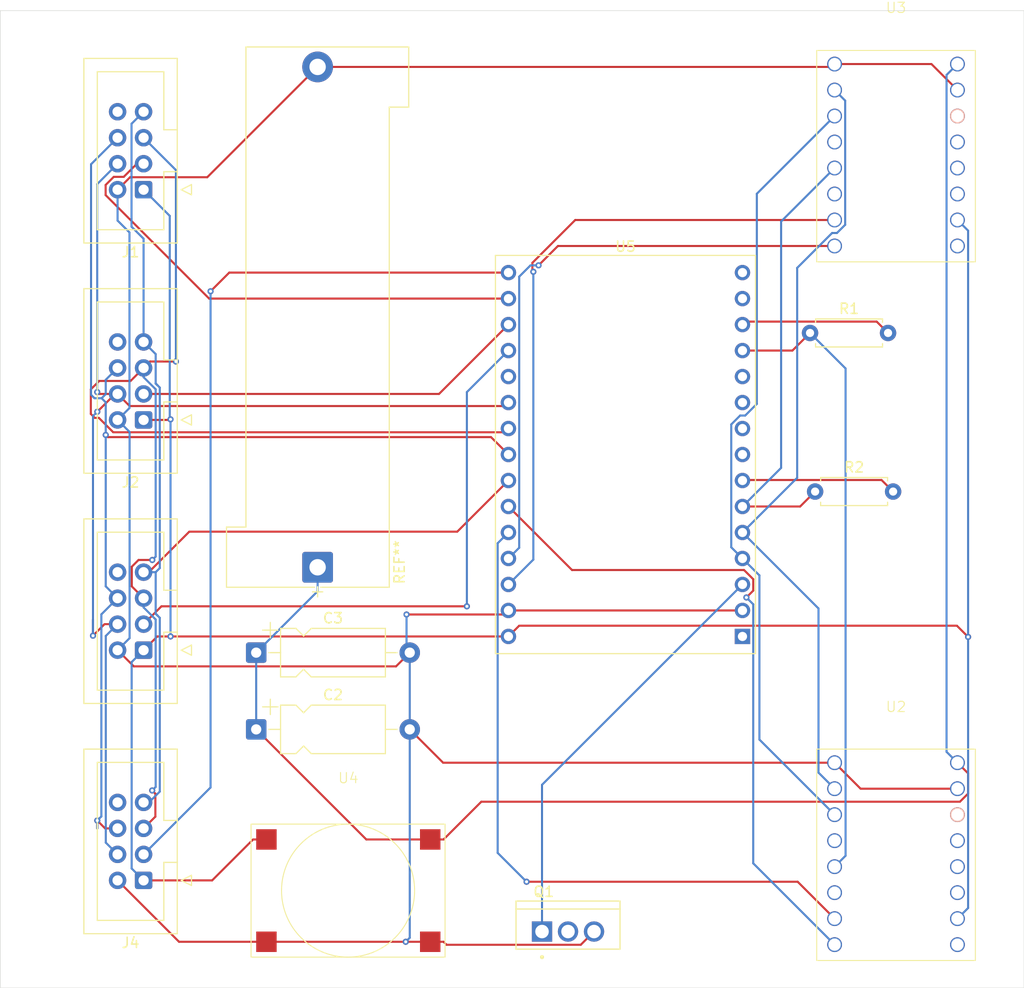
<source format=kicad_pcb>
(kicad_pcb (version 20241229) (generator "pcbnew") (generator_version "9.0")
  (layers (0 "F.Cu" signal) (2 "B.Cu" signal) (13 "F.Paste" user) (15 "B.Paste" user) (5 "F.SilkS" user "F.Silkscreen") (7 "B.SilkS" user "B.Silkscreen") (1 "F.Mask" user) (3 "B.Mask" user) (25 "Edge.Cuts" user))
  (net 0 "")
  (net 1 "VDD")
  (net 2 "GND")
  (net 3 "S0")
  (net 4 "S2")
  (net 5 "VDD_3.3")
  (net 6 "S3")
  (net 7 "SIG2")
  (net 8 "S1")
  (net 9 "SIG3")
  (net 10 "SIG4")
  (net 11 "SIG1")
  (net 12 "Gate")
  (net 13 "Net-(L1-+)")
  (net 14 "UART1")
  (net 15 "Net-(U5-TX0)")
  (net 16 "UART2")
  (net 17 "Net-(U5-TX2)")
  (net 19 "STEP2")
  (net 20 "MS2")
  (net 22 "DIR2")
  (net 23 "MS1")
  (net 26 "DIR1")
  (net 27 "STEP1")
  (footprint "Capacitor_THT:CP_Axial_L10.0mm_D4.5mm_P15.00mm_Horizontal" (layer "F.Cu") (at 86.5 81.2425)
    (property "Reference" "C3" (at 7.5 -3.37 0) (layer "F.SilkS"))
    (property "Value" "C_Small")
    (fp_line (start 0.63 -2.2) (end 2.13 -2.2) (stroke (width 0.12)) (layer "F.SilkS"))
    (fp_line (start 1.24 0) (end 2.38 0) (stroke (width 0.12)) (layer "F.SilkS"))
    (fp_line (start 1.38 -2.95) (end 1.38 -1.45) (stroke (width 0.12)) (layer "F.SilkS"))
    (fp_line (start 2.38 -2.37) (end 2.38 2.37) (stroke (width 0.12)) (layer "F.SilkS"))
    (fp_line (start 2.38 -2.37) (end 3.88 -2.37) (stroke (width 0.12)) (layer "F.SilkS"))
    (fp_line (start 2.38 2.37) (end 3.88 2.37) (stroke (width 0.12)) (layer "F.SilkS"))
    (fp_line (start 3.88 -2.37) (end 4.63 -1.62) (stroke (width 0.12)) (layer "F.SilkS"))
    (fp_line (start 3.88 2.37) (end 4.63 1.62) (stroke (width 0.12)) (layer "F.SilkS"))
    (fp_line (start 4.63 -1.62) (end 5.38 -2.37) (stroke (width 0.12)) (layer "F.SilkS"))
    (fp_line (start 4.63 1.62) (end 5.38 2.37) (stroke (width 0.12)) (layer "F.SilkS"))
    (fp_line (start 5.38 -2.37) (end 12.62 -2.37) (stroke (width 0.12)) (layer "F.SilkS"))
    (fp_line (start 5.38 2.37) (end 12.62 2.37) (stroke (width 0.12)) (layer "F.SilkS"))
    (fp_line (start 12.62 -2.37) (end 12.62 2.37) (stroke (width 0.12)) (layer "F.SilkS"))
    (fp_line (start 13.76 0) (end 12.62 0) (stroke (width 0.12)) (layer "F.SilkS"))
    (pad "1" thru_hole roundrect (at 0 0) (size 2 2) (drill 1) (layers "*.Cu" "*.Mask") (roundrect_rratio 0.125) (net 1 "VDD"))
    (pad "2" thru_hole circle (at 15 0) (size 2 2) (drill 1) (layers "*.Cu" "*.Mask") (net 2 "GND"))
  )
  (footprint "Capacitor_THT:CP_Axial_L10.0mm_D4.5mm_P15.00mm_Horizontal" (layer "F.Cu") (at 86.5 88.7425)
    (property "Reference" "C2" (at 7.5 -3.37 0) (layer "F.SilkS"))
    (property "Value" "C_Small")
    (fp_line (start 0.63 -2.2) (end 2.13 -2.2) (stroke (width 0.12)) (layer "F.SilkS"))
    (fp_line (start 1.24 0) (end 2.38 0) (stroke (width 0.12)) (layer "F.SilkS"))
    (fp_line (start 1.38 -2.95) (end 1.38 -1.45) (stroke (width 0.12)) (layer "F.SilkS"))
    (fp_line (start 2.38 -2.37) (end 2.38 2.37) (stroke (width 0.12)) (layer "F.SilkS"))
    (fp_line (start 2.38 -2.37) (end 3.88 -2.37) (stroke (width 0.12)) (layer "F.SilkS"))
    (fp_line (start 2.38 2.37) (end 3.88 2.37) (stroke (width 0.12)) (layer "F.SilkS"))
    (fp_line (start 3.88 -2.37) (end 4.63 -1.62) (stroke (width 0.12)) (layer "F.SilkS"))
    (fp_line (start 3.88 2.37) (end 4.63 1.62) (stroke (width 0.12)) (layer "F.SilkS"))
    (fp_line (start 4.63 -1.62) (end 5.38 -2.37) (stroke (width 0.12)) (layer "F.SilkS"))
    (fp_line (start 4.63 1.62) (end 5.38 2.37) (stroke (width 0.12)) (layer "F.SilkS"))
    (fp_line (start 5.38 -2.37) (end 12.62 -2.37) (stroke (width 0.12)) (layer "F.SilkS"))
    (fp_line (start 5.38 2.37) (end 12.62 2.37) (stroke (width 0.12)) (layer "F.SilkS"))
    (fp_line (start 12.62 -2.37) (end 12.62 2.37) (stroke (width 0.12)) (layer "F.SilkS"))
    (fp_line (start 13.76 0) (end 12.62 0) (stroke (width 0.12)) (layer "F.SilkS"))
    (pad "1" thru_hole roundrect (at 0 0) (size 2 2) (drill 1) (layers "*.Cu" "*.Mask") (roundrect_rratio 0.125) (net 1 "VDD"))
    (pad "2" thru_hole circle (at 15 0) (size 2 2) (drill 1) (layers "*.Cu" "*.Mask") (net 2 "GND"))
  )
  (footprint "Connector_IDC:IDC-Header_2x04_P2.54mm_Vertical" (layer "F.Cu") (at 75.5 103.5 180)
    (property "Reference" "J4" (at 1.27 -6.1 0) (layer "F.SilkS"))
    (property "Value" "Conn_01x07_Socket")
    (fp_line (start 5.83 12.83) (end -3.29 12.83) (stroke (width 0.12)) (layer "F.SilkS"))
    (fp_line (start 5.83 -5.21) (end 5.83 12.83) (stroke (width 0.12)) (layer "F.SilkS"))
    (fp_line (start 4.52 11.53) (end -1.98 11.53) (stroke (width 0.12)) (layer "F.SilkS"))
    (fp_line (start 4.52 -3.91) (end 4.52 11.53) (stroke (width 0.12)) (layer "F.SilkS"))
    (fp_line (start -1.98 11.53) (end -1.98 5.86) (stroke (width 0.12)) (layer "F.SilkS"))
    (fp_line (start -1.98 5.86) (end -1.98 5.86) (stroke (width 0.12)) (layer "F.SilkS"))
    (fp_line (start -1.98 5.86) (end -3.29 5.86) (stroke (width 0.12)) (layer "F.SilkS"))
    (fp_line (start -1.98 1.76) (end -1.98 -3.91) (stroke (width 0.12)) (layer "F.SilkS"))
    (fp_line (start -1.98 -3.91) (end 4.52 -3.91) (stroke (width 0.12)) (layer "F.SilkS"))
    (fp_line (start -3.29 12.83) (end -3.29 -5.21) (stroke (width 0.12)) (layer "F.SilkS"))
    (fp_line (start -3.29 1.76) (end -1.98 1.76) (stroke (width 0.12)) (layer "F.SilkS"))
    (fp_line (start -3.29 -5.21) (end 5.83 -5.21) (stroke (width 0.12)) (layer "F.SilkS"))
    (fp_line (start -3.68 0) (end -4.68 -0.5) (stroke (width 0.12)) (layer "F.SilkS"))
    (fp_line (start -4.68 0.5) (end -3.68 0) (stroke (width 0.12)) (layer "F.SilkS"))
    (fp_line (start -4.68 -0.5) (end -4.68 0.5) (stroke (width 0.12)) (layer "F.SilkS"))
    (pad "1" thru_hole roundrect (at 0 0 180) (size 1.7 1.7) (drill 1) (layers "*.Cu" "*.Mask") (roundrect_rratio 0.147059) (net 5 "VDD_3.3"))
    (pad "2" thru_hole circle (at 2.54 0 180) (size 1.7 1.7) (drill 1) (layers "*.Cu" "*.Mask") (net 2 "GND"))
    (pad "3" thru_hole circle (at 0 2.54 180) (size 1.7 1.7) (drill 1) (layers "*.Cu" "*.Mask") (net 11 "SIG1"))
    (pad "4" thru_hole circle (at 2.54 2.54 180) (size 1.7 1.7) (drill 1) (layers "*.Cu" "*.Mask") (net 3 "S0"))
    (pad "5" thru_hole circle (at 0 5.08 180) (size 1.7 1.7) (drill 1) (layers "*.Cu" "*.Mask") (net 8 "S1"))
    (pad "6" thru_hole circle (at 2.54 5.08 180) (size 1.7 1.7) (drill 1) (layers "*.Cu" "*.Mask") (net 4 "S2"))
    (pad "7" thru_hole circle (at 0 7.62 180) (size 1.7 1.7) (drill 1) (layers "*.Cu" "*.Mask") (net 6 "S3"))
    (pad "8" thru_hole circle (at 2.54 7.62 180) (size 1.7 1.7) (drill 1) (layers "*.Cu" "*.Mask"))
  )
  (footprint "buck-converter:MP2303" (layer "F.Cu") (at 95.5 104.5)
    (property "Reference" "U4" (at 0 -11 0) (layer "F.SilkS") (effects (font (thickness 0.1))))
    (property "Value" "~")
    (fp_rect (start -9.5 -6.5) (end 9.45 6.5) (stroke (width 0.1)) (fill no) (layer "F.SilkS"))
    (fp_circle (center -0.025 0) (end -0.025 -6.5) (stroke (width 0.1)) (fill no) (layer "F.SilkS"))
    (pad "1" smd rect (at 8 -5) (size 2 2) (layers "F.Cu" "F.Mask" "F.Paste") (net 1 "VDD"))
    (pad "2" smd rect (at 8 5) (size 2 2) (layers "F.Cu" "F.Mask" "F.Paste") (net 2 "GND"))
    (pad "3" smd rect (at -8 -5) (size 2 2) (layers "F.Cu" "F.Mask" "F.Paste") (net 5 "VDD_3.3"))
    (pad "4" smd rect (at -8 5) (size 2 2) (layers "F.Cu" "F.Mask" "F.Paste") (net 2 "GND"))
  )
  (footprint "Connector_IDC:IDC-Header_2x04_P2.54mm_Vertical" (layer "F.Cu") (at 75.5 81 180)
    (property "Reference" "J3" (hide yes))
    (property "Value" "Conn_01x07_Socket")
    (fp_line (start 5.83 12.83) (end -3.29 12.83) (stroke (width 0.12)) (layer "F.SilkS"))
    (fp_line (start 5.83 -5.21) (end 5.83 12.83) (stroke (width 0.12)) (layer "F.SilkS"))
    (fp_line (start 4.52 11.53) (end -1.98 11.53) (stroke (width 0.12)) (layer "F.SilkS"))
    (fp_line (start 4.52 -3.91) (end 4.52 11.53) (stroke (width 0.12)) (layer "F.SilkS"))
    (fp_line (start -1.98 11.53) (end -1.98 5.86) (stroke (width 0.12)) (layer "F.SilkS"))
    (fp_line (start -1.98 5.86) (end -1.98 5.86) (stroke (width 0.12)) (layer "F.SilkS"))
    (fp_line (start -1.98 5.86) (end -3.29 5.86) (stroke (width 0.12)) (layer "F.SilkS"))
    (fp_line (start -1.98 1.76) (end -1.98 -3.91) (stroke (width 0.12)) (layer "F.SilkS"))
    (fp_line (start -1.98 -3.91) (end 4.52 -3.91) (stroke (width 0.12)) (layer "F.SilkS"))
    (fp_line (start -3.29 12.83) (end -3.29 -5.21) (stroke (width 0.12)) (layer "F.SilkS"))
    (fp_line (start -3.29 1.76) (end -1.98 1.76) (stroke (width 0.12)) (layer "F.SilkS"))
    (fp_line (start -3.29 -5.21) (end 5.83 -5.21) (stroke (width 0.12)) (layer "F.SilkS"))
    (fp_line (start -3.68 0) (end -4.68 -0.5) (stroke (width 0.12)) (layer "F.SilkS"))
    (fp_line (start -4.68 0.5) (end -3.68 0) (stroke (width 0.12)) (layer "F.SilkS"))
    (fp_line (start -4.68 -0.5) (end -4.68 0.5) (stroke (width 0.12)) (layer "F.SilkS"))
    (pad "1" thru_hole roundrect (at 0 0 180) (size 1.7 1.7) (drill 1) (layers "*.Cu" "*.Mask") (roundrect_rratio 0.147059) (net 5 "VDD_3.3"))
    (pad "2" thru_hole circle (at 2.54 0 180) (size 1.7 1.7) (drill 1) (layers "*.Cu" "*.Mask") (net 2 "GND"))
    (pad "3" thru_hole circle (at 0 2.54 180) (size 1.7 1.7) (drill 1) (layers "*.Cu" "*.Mask") (net 10 "SIG4"))
    (pad "4" thru_hole circle (at 2.54 2.54 180) (size 1.7 1.7) (drill 1) (layers "*.Cu" "*.Mask") (net 3 "S0"))
    (pad "5" thru_hole circle (at 0 5.08 180) (size 1.7 1.7) (drill 1) (layers "*.Cu" "*.Mask") (net 8 "S1"))
    (pad "6" thru_hole circle (at 2.54 5.08 180) (size 1.7 1.7) (drill 1) (layers "*.Cu" "*.Mask") (net 4 "S2"))
    (pad "7" thru_hole circle (at 0 7.62 180) (size 1.7 1.7) (drill 1) (layers "*.Cu" "*.Mask") (net 6 "S3"))
    (pad "8" thru_hole circle (at 2.54 7.62 180) (size 1.7 1.7) (drill 1) (layers "*.Cu" "*.Mask"))
  )
  (footprint "RF_Module:ESP32-C3-DevKitM-1" (layer "F.Cu") (at 134 79.66 180)
    (property "Reference" "U5" (at 11.43 38.1 0) (layer "F.SilkS"))
    (property "Value" "~")
    (fp_line (start 24.13 37.24) (end -1.27 37.24) (stroke (width 0.12)) (layer "F.SilkS"))
    (fp_line (start 24.13 -1.68) (end 24.13 37.24) (stroke (width 0.12)) (layer "F.SilkS"))
    (fp_line (start -1.27 37.24) (end -1.27 -1.68) (stroke (width 0.12)) (layer "F.SilkS"))
    (fp_line (start -1.27 -1.68) (end 24.13 -1.68) (stroke (width 0.12)) (layer "F.SilkS"))
    (pad "1" thru_hole rect (at 0 0 180) (size 1.5 1.5) (drill 0.9) (layers "*.Cu" "*.Mask"))
    (pad "2" thru_hole circle (at 0 2.54 180) (size 1.5 1.5) (drill 0.9) (layers "*.Cu" "*.Mask") (net 2 "GND"))
    (pad "3" thru_hole circle (at 0 5.08 180) (size 1.5 1.5) (drill 0.9) (layers "*.Cu" "*.Mask") (net 12 "Gate"))
    (pad "4" thru_hole circle (at 0 7.62 180) (size 1.5 1.5) (drill 0.9) (layers "*.Cu" "*.Mask") (net 20 "MS2"))
    (pad "5" thru_hole circle (at 0 10.16 180) (size 1.5 1.5) (drill 0.9) (layers "*.Cu" "*.Mask") (net 23 "MS1"))
    (pad "6" thru_hole circle (at 0 12.7 180) (size 1.5 1.5) (drill 0.9) (layers "*.Cu" "*.Mask") (net 16 "UART2"))
    (pad "7" thru_hole circle (at 0 15.24 180) (size 1.5 1.5) (drill 0.9) (layers "*.Cu" "*.Mask") (net 17 "Net-(U5-TX2)"))
    (pad "8" thru_hole circle (at 0 17.78 180) (size 1.5 1.5) (drill 0.9) (layers "*.Cu" "*.Mask"))
    (pad "9" thru_hole circle (at 0 20.32 180) (size 1.5 1.5) (drill 0.9) (layers "*.Cu" "*.Mask"))
    (pad "10" thru_hole circle (at 0 22.86 180) (size 1.5 1.5) (drill 0.9) (layers "*.Cu" "*.Mask"))
    (pad "11" thru_hole circle (at 0 25.4 180) (size 1.5 1.5) (drill 0.9) (layers "*.Cu" "*.Mask"))
    (pad "12" thru_hole circle (at 0 27.94 180) (size 1.5 1.5) (drill 0.9) (layers "*.Cu" "*.Mask") (net 14 "UART1"))
    (pad "13" thru_hole circle (at 0 30.48 180) (size 1.5 1.5) (drill 0.9) (layers "*.Cu" "*.Mask") (net 15 "Net-(U5-TX0)"))
    (pad "14" thru_hole circle (at 0 33.02 180) (size 1.5 1.5) (drill 0.9) (layers "*.Cu" "*.Mask"))
    (pad "15" thru_hole circle (at 0 35.56 180) (size 1.5 1.5) (drill 0.9) (layers "*.Cu" "*.Mask"))
    (pad "16" thru_hole circle (at 22.86 0 180) (size 1.5 1.5) (drill 0.9) (layers "*.Cu" "*.Mask") (net 5 "VDD_3.3"))
    (pad "17" thru_hole circle (at 22.86 2.54 180) (size 1.5 1.5) (drill 0.9) (layers "*.Cu" "*.Mask") (net 2 "GND"))
    (pad "18" thru_hole circle (at 22.86 5.08 180) (size 1.5 1.5) (drill 0.9) (layers "*.Cu" "*.Mask") (net 27 "STEP1"))
    (pad "19" thru_hole circle (at 22.86 7.62 180) (size 1.5 1.5) (drill 0.9) (layers "*.Cu" "*.Mask") (net 26 "DIR1"))
    (pad "20" thru_hole circle (at 22.86 10.16 180) (size 1.5 1.5) (drill 0.9) (layers "*.Cu" "*.Mask") (net 19 "STEP2"))
    (pad "21" thru_hole circle (at 22.86 12.7 180) (size 1.5 1.5) (drill 0.9) (layers "*.Cu" "*.Mask") (net 22 "DIR2"))
    (pad "22" thru_hole circle (at 22.86 15.24 180) (size 1.5 1.5) (drill 0.9) (layers "*.Cu" "*.Mask") (net 6 "S3"))
    (pad "23" thru_hole circle (at 22.86 17.78 180) (size 1.5 1.5) (drill 0.9) (layers "*.Cu" "*.Mask") (net 4 "S2"))
    (pad "24" thru_hole circle (at 22.86 20.32 180) (size 1.5 1.5) (drill 0.9) (layers "*.Cu" "*.Mask") (net 8 "S1"))
    (pad "25" thru_hole circle (at 22.86 22.86 180) (size 1.5 1.5) (drill 0.9) (layers "*.Cu" "*.Mask") (net 3 "S0"))
    (pad "26" thru_hole circle (at 22.86 25.4 180) (size 1.5 1.5) (drill 0.9) (layers "*.Cu" "*.Mask"))
    (pad "27" thru_hole circle (at 22.86 27.94 180) (size 1.5 1.5) (drill 0.9) (layers "*.Cu" "*.Mask") (net 10 "SIG4"))
    (pad "28" thru_hole circle (at 22.86 30.48 180) (size 1.5 1.5) (drill 0.9) (layers "*.Cu" "*.Mask") (net 9 "SIG3"))
    (pad "29" thru_hole circle (at 22.86 33.02 180) (size 1.5 1.5) (drill 0.9) (layers "*.Cu" "*.Mask") (net 7 "SIG2"))
    (pad "30" thru_hole circle (at 22.86 35.56 180) (size 1.5 1.5) (drill 0.9) (layers "*.Cu" "*.Mask") (net 11 "SIG1"))
  )
  (footprint "Resistor_THT:R_Axial_DIN0207_L6.3mm_D2.5mm_P7.62mm_Horizontal" (layer "F.Cu") (at 140.6 50)
    (property "Reference" "R1" (at 3.81 -2.37 0) (layer "F.SilkS"))
    (property "Value" "R_Small")
    (fp_line (start 0.54 -1.37) (end 7.08 -1.37) (stroke (width 0.12)) (layer "F.SilkS"))
    (fp_line (start 0.54 -1.04) (end 0.54 -1.37) (stroke (width 0.12)) (layer "F.SilkS"))
    (fp_line (start 0.54 1.04) (end 0.54 1.37) (stroke (width 0.12)) (layer "F.SilkS"))
    (fp_line (start 0.54 1.37) (end 7.08 1.37) (stroke (width 0.12)) (layer "F.SilkS"))
    (fp_line (start 7.08 -1.37) (end 7.08 -1.04) (stroke (width 0.12)) (layer "F.SilkS"))
    (fp_line (start 7.08 1.37) (end 7.08 1.04) (stroke (width 0.12)) (layer "F.SilkS"))
    (pad "1" thru_hole circle (at 0 0) (size 1.6 1.6) (drill 0.8) (layers "*.Cu" "*.Mask") (net 14 "UART1"))
    (pad "2" thru_hole circle (at 7.62 0) (size 1.6 1.6) (drill 0.8) (layers "*.Cu" "*.Mask") (net 15 "Net-(U5-TX0)"))
  )
  (footprint "Connector_IDC:IDC-Header_2x04_P2.54mm_Vertical" (layer "F.Cu") (at 75.5 58.5 180)
    (property "Reference" "J2" (at 1.27 -6.1 0) (layer "F.SilkS"))
    (property "Value" "Conn_01x07_Socket")
    (fp_line (start 5.83 12.83) (end -3.29 12.83) (stroke (width 0.12)) (layer "F.SilkS"))
    (fp_line (start 5.83 -5.21) (end 5.83 12.83) (stroke (width 0.12)) (layer "F.SilkS"))
    (fp_line (start 4.52 11.53) (end -1.98 11.53) (stroke (width 0.12)) (layer "F.SilkS"))
    (fp_line (start 4.52 -3.91) (end 4.52 11.53) (stroke (width 0.12)) (layer "F.SilkS"))
    (fp_line (start -1.98 11.53) (end -1.98 5.86) (stroke (width 0.12)) (layer "F.SilkS"))
    (fp_line (start -1.98 5.86) (end -1.98 5.86) (stroke (width 0.12)) (layer "F.SilkS"))
    (fp_line (start -1.98 5.86) (end -3.29 5.86) (stroke (width 0.12)) (layer "F.SilkS"))
    (fp_line (start -1.98 1.76) (end -1.98 -3.91) (stroke (width 0.12)) (layer "F.SilkS"))
    (fp_line (start -1.98 -3.91) (end 4.52 -3.91) (stroke (width 0.12)) (layer "F.SilkS"))
    (fp_line (start -3.29 12.83) (end -3.29 -5.21) (stroke (width 0.12)) (layer "F.SilkS"))
    (fp_line (start -3.29 1.76) (end -1.98 1.76) (stroke (width 0.12)) (layer "F.SilkS"))
    (fp_line (start -3.29 -5.21) (end 5.83 -5.21) (stroke (width 0.12)) (layer "F.SilkS"))
    (fp_line (start -3.68 0) (end -4.68 -0.5) (stroke (width 0.12)) (layer "F.SilkS"))
    (fp_line (start -4.68 0.5) (end -3.68 0) (stroke (width 0.12)) (layer "F.SilkS"))
    (fp_line (start -4.68 -0.5) (end -4.68 0.5) (stroke (width 0.12)) (layer "F.SilkS"))
    (pad "1" thru_hole roundrect (at 0 0 180) (size 1.7 1.7) (drill 1) (layers "*.Cu" "*.Mask") (roundrect_rratio 0.147059) (net 5 "VDD_3.3"))
    (pad "2" thru_hole circle (at 2.54 0 180) (size 1.7 1.7) (drill 1) (layers "*.Cu" "*.Mask") (net 2 "GND"))
    (pad "3" thru_hole circle (at 0 2.54 180) (size 1.7 1.7) (drill 1) (layers "*.Cu" "*.Mask") (net 9 "SIG3"))
    (pad "4" thru_hole circle (at 2.54 2.54 180) (size 1.7 1.7) (drill 1) (layers "*.Cu" "*.Mask") (net 3 "S0"))
    (pad "5" thru_hole circle (at 0 5.08 180) (size 1.7 1.7) (drill 1) (layers "*.Cu" "*.Mask") (net 8 "S1"))
    (pad "6" thru_hole circle (at 2.54 5.08 180) (size 1.7 1.7) (drill 1) (layers "*.Cu" "*.Mask") (net 4 "S2"))
    (pad "7" thru_hole circle (at 0 7.62 180) (size 1.7 1.7) (drill 1) (layers "*.Cu" "*.Mask") (net 6 "S3"))
    (pad "8" thru_hole circle (at 2.54 7.62 180) (size 1.7 1.7) (drill 1) (layers "*.Cu" "*.Mask"))
  )
  (footprint "Battery:BatteryHolder_Bulgin_BX0034_1xAAA" (layer "F.Cu") (at 92.5 72.9 90)
    (property "Reference" "REF**" (at 0.5 8 90) (layer "F.SilkS"))
    (property "Value" "BatteryHolder_Bulgin_BX0034_1xAAA")
    (fp_line (start 3.93 -8.9) (end -1.95 -8.9) (stroke (width 0.12)) (layer "F.SilkS"))
    (fp_line (start 3.93 -8.9) (end 3.93 -7) (stroke (width 0.12)) (layer "F.SilkS"))
    (fp_line (start 50.85 -7) (end 3.93 -7) (stroke (width 0.12)) (layer "F.SilkS"))
    (fp_line (start 50.85 -7) (end 50.85 8.9) (stroke (width 0.12)) (layer "F.SilkS"))
    (fp_line (start -2.4 -0.5) (end -2.4 0.5) (stroke (width 0.12)) (layer "F.SilkS"))
    (fp_line (start -1.95 -0.3) (end -1.95 -8.9) (stroke (width 0.12)) (layer "F.SilkS"))
    (fp_line (start -1.9 0) (end -2.9 0) (stroke (width 0.12)) (layer "F.SilkS"))
    (fp_line (start -1.95 7) (end -1.95 0.3) (stroke (width 0.12)) (layer "F.SilkS"))
    (fp_line (start -1.95 7) (end 44.97 7) (stroke (width 0.12)) (layer "F.SilkS"))
    (fp_line (start 44.97 8.9) (end 44.97 7) (stroke (width 0.12)) (layer "F.SilkS"))
    (fp_line (start 44.97 8.9) (end 50.85 8.9) (stroke (width 0.12)) (layer "F.SilkS"))
    (pad "" np_thru_hole circle (at 10.5 0 90) (size 3.2 3.2) (drill 3.2) (layers "*.Cu" "*.Mask"))
    (pad "" np_thru_hole circle (at 38.4 0 90) (size 3.2 3.2) (drill 3.2) (layers "*.Cu" "*.Mask"))
    (pad "1" thru_hole roundrect (at 0 0 90) (size 3 3) (drill 1.6) (layers "*.Cu" "*.Mask") (roundrect_rratio 0.08333333333) (net 1 "VDD"))
    (pad "2" thru_hole circle (at 48.9 0 90) (size 3 3) (drill 1.6) (layers "*.Cu" "*.Mask") (net 2 "GND"))
  )
  (footprint "motor_driver:TMC_2209 Big tree v1.3" (layer "F.Cu") (at 149 32.72)
    (property "Reference" "U3" (at 0 -14.5 0) (layer "F.SilkS") (effects (font (thickness 0.1))))
    (property "Value" "~")
    (fp_rect (start -7.75 -10.33) (end 7.75 10.33) (stroke (width 0.1)) (fill no) (layer "F.SilkS"))
    (pad "1" thru_hole circle (at -6 -9) (size 1.45 1.45) (drill 1.2) (layers "*.Cu" "*.Mask") (net 2 "GND"))
    (pad "2" thru_hole circle (at -6 -6.46) (size 1.45 1.45) (drill 1.2) (layers "*.Cu" "*.Mask") (net 23 "MS1"))
    (pad "3" thru_hole circle (at -6 -3.92) (size 1.45 1.45) (drill 1.2) (layers "*.Cu" "*.Mask") (net 20 "MS2"))
    (pad "4" thru_hole circle (at -6 -1.38) (size 1.45 1.45) (drill 1.2) (layers "*.Cu" "*.Mask"))
    (pad "5" thru_hole circle (at -6 1.16) (size 1.45 1.45) (drill 1.2) (layers "*.Cu" "*.Mask") (net 16 "UART2"))
    (pad "6" thru_hole circle (at -6 3.7) (size 1.45 1.45) (drill 1.2) (layers "*.Cu" "*.Mask"))
    (pad "7" thru_hole circle (at -6 6.24) (size 1.45 1.45) (drill 1.2) (layers "*.Cu" "*.Mask") (net 27 "STEP1"))
    (pad "8" thru_hole circle (at -6 8.78) (size 1.45 1.45) (drill 1.2) (layers "*.Cu" "*.Mask") (net 26 "DIR1"))
    (pad "9" thru_hole circle (at 6 -9) (size 1.45 1.45) (drill 1.2) (layers "*.Cu" "*.Mask") (net 1 "VDD"))
    (pad "10" thru_hole circle (at 6 -6.46) (size 1.45 1.45) (drill 1.2) (layers "*.Cu" "*.Mask") (net 2 "GND"))
    (pad "11" thru_hole circle (at 6 -3.92) (size 1.45 1.45) (drill 1.2) (layers "*.Cu" "*.Mask" "B.SilkS"))
    (pad "12" thru_hole circle (at 6 -1.38) (size 1.45 1.45) (drill 1.2) (layers "*.Cu" "*.Mask"))
    (pad "13" thru_hole circle (at 6 1.16) (size 1.45 1.45) (drill 1.2) (layers "*.Cu" "*.Mask"))
    (pad "14" thru_hole circle (at 6 3.7) (size 1.45 1.45) (drill 1.2) (layers "*.Cu" "*.Mask"))
    (pad "15" thru_hole circle (at 6 6.24) (size 1.45 1.45) (drill 1.2) (layers "*.Cu" "*.Mask") (net 5 "VDD_3.3"))
    (pad "16" thru_hole circle (at 6 8.78) (size 1.45 1.45) (drill 1.2) (layers "*.Cu" "*.Mask"))
  )
  (footprint "Connector_IDC:IDC-Header_2x04_P2.54mm_Vertical" (layer "F.Cu") (at 75.5 36 180)
    (property "Reference" "J1" (at 1.27 -6.1 0) (layer "F.SilkS"))
    (property "Value" "Conn_01x07_Socket")
    (fp_line (start 5.83 12.83) (end -3.29 12.83) (stroke (width 0.12)) (layer "F.SilkS"))
    (fp_line (start 5.83 -5.21) (end 5.83 12.83) (stroke (width 0.12)) (layer "F.SilkS"))
    (fp_line (start 4.52 11.53) (end -1.98 11.53) (stroke (width 0.12)) (layer "F.SilkS"))
    (fp_line (start 4.52 -3.91) (end 4.52 11.53) (stroke (width 0.12)) (layer "F.SilkS"))
    (fp_line (start -1.98 11.53) (end -1.98 5.86) (stroke (width 0.12)) (layer "F.SilkS"))
    (fp_line (start -1.98 5.86) (end -1.98 5.86) (stroke (width 0.12)) (layer "F.SilkS"))
    (fp_line (start -1.98 5.86) (end -3.29 5.86) (stroke (width 0.12)) (layer "F.SilkS"))
    (fp_line (start -1.98 1.76) (end -1.98 -3.91) (stroke (width 0.12)) (layer "F.SilkS"))
    (fp_line (start -1.98 -3.91) (end 4.52 -3.91) (stroke (width 0.12)) (layer "F.SilkS"))
    (fp_line (start -3.29 12.83) (end -3.29 -5.21) (stroke (width 0.12)) (layer "F.SilkS"))
    (fp_line (start -3.29 1.76) (end -1.98 1.76) (stroke (width 0.12)) (layer "F.SilkS"))
    (fp_line (start -3.29 -5.21) (end 5.83 -5.21) (stroke (width 0.12)) (layer "F.SilkS"))
    (fp_line (start -3.68 0) (end -4.68 -0.5) (stroke (width 0.12)) (layer "F.SilkS"))
    (fp_line (start -4.68 0.5) (end -3.68 0) (stroke (width 0.12)) (layer "F.SilkS"))
    (fp_line (start -4.68 -0.5) (end -4.68 0.5) (stroke (width 0.12)) (layer "F.SilkS"))
    (pad "1" thru_hole roundrect (at 0 0 180) (size 1.7 1.7) (drill 1) (layers "*.Cu" "*.Mask") (roundrect_rratio 0.147059) (net 5 "VDD_3.3"))
    (pad "2" thru_hole circle (at 2.54 0 180) (size 1.7 1.7) (drill 1) (layers "*.Cu" "*.Mask") (net 2 "GND"))
    (pad "3" thru_hole circle (at 0 2.54 180) (size 1.7 1.7) (drill 1) (layers "*.Cu" "*.Mask") (net 7 "SIG2"))
    (pad "4" thru_hole circle (at 2.54 2.54 180) (size 1.7 1.7) (drill 1) (layers "*.Cu" "*.Mask") (net 3 "S0"))
    (pad "5" thru_hole circle (at 0 5.08 180) (size 1.7 1.7) (drill 1) (layers "*.Cu" "*.Mask") (net 8 "S1"))
    (pad "6" thru_hole circle (at 2.54 5.08 180) (size 1.7 1.7) (drill 1) (layers "*.Cu" "*.Mask") (net 4 "S2"))
    (pad "7" thru_hole circle (at 0 7.62 180) (size 1.7 1.7) (drill 1) (layers "*.Cu" "*.Mask") (net 6 "S3"))
    (pad "8" thru_hole circle (at 2.54 7.62 180) (size 1.7 1.7) (drill 1) (layers "*.Cu" "*.Mask"))
  )
  (footprint "RFP30N06LE:TRANS_RFP30N06LE" (layer "F.Cu") (at 116.96 108.5)
    (property "Reference" "Q1" (at -2.368715 -3.891095 0) (layer "F.SilkS") (effects (font (size 1.001567 1.001567))))
    (property "Value" "RFP30N06LE")
    (fp_line (start -5.1 -2.2) (end 5.1 -2.2) (stroke (width 0.127)) (layer "F.SilkS"))
    (fp_line (start -5.08 -2.98) (end -5.08 1.72) (stroke (width 0.127)) (layer "F.SilkS"))
    (fp_line (start -5.08 1.72) (end 5.08 1.72) (stroke (width 0.127)) (layer "F.SilkS"))
    (fp_line (start 5.08 -2.98) (end -5.08 -2.98) (stroke (width 0.127)) (layer "F.SilkS"))
    (fp_line (start 5.08 1.72) (end 5.08 -2.98) (stroke (width 0.127)) (layer "F.SilkS"))
    (fp_circle (center -2.54 2.5) (end -2.34 2.5) (fill yes) (layer "F.SilkS"))
    (pad "1" thru_hole rect (at -2.54 0) (size 1.98 1.98) (drill 1.32) (layers "*.Cu" "*.Mask") (net 12 "Gate"))
    (pad "2" thru_hole circle (at 0 0) (size 1.98 1.98) (drill 1.32) (layers "*.Cu" "*.Mask") (net 13 "Net-(L1-+)"))
    (pad "3" thru_hole circle (at 2.54 0) (size 1.98 1.98) (drill 1.32) (layers "*.Cu" "*.Mask") (net 2 "GND"))
  )
  (footprint "motor_driver:TMC_2209 Big tree v1.3" (layer "F.Cu") (at 149 101)
    (property "Reference" "U2" (at 0 -14.46 0) (layer "F.SilkS") (effects (font (thickness 0.1))))
    (property "Value" "~")
    (fp_rect (start -7.75 -10.33) (end 7.75 10.33) (stroke (width 0.1)) (fill no) (layer "F.SilkS"))
    (pad "1" thru_hole circle (at -6 -9) (size 1.45 1.45) (drill 1.2) (layers "*.Cu" "*.Mask") (net 2 "GND"))
    (pad "2" thru_hole circle (at -6 -6.46) (size 1.45 1.45) (drill 1.2) (layers "*.Cu" "*.Mask") (net 23 "MS1"))
    (pad "3" thru_hole circle (at -6 -3.92) (size 1.45 1.45) (drill 1.2) (layers "*.Cu" "*.Mask") (net 20 "MS2"))
    (pad "4" thru_hole circle (at -6 -1.38) (size 1.45 1.45) (drill 1.2) (layers "*.Cu" "*.Mask"))
    (pad "5" thru_hole circle (at -6 1.16) (size 1.45 1.45) (drill 1.2) (layers "*.Cu" "*.Mask") (net 14 "UART1"))
    (pad "6" thru_hole circle (at -6 3.7) (size 1.45 1.45) (drill 1.2) (layers "*.Cu" "*.Mask"))
    (pad "7" thru_hole circle (at -6 6.24) (size 1.45 1.45) (drill 1.2) (layers "*.Cu" "*.Mask") (net 19 "STEP2"))
    (pad "8" thru_hole circle (at -6 8.78) (size 1.45 1.45) (drill 1.2) (layers "*.Cu" "*.Mask") (net 22 "DIR2"))
    (pad "9" thru_hole circle (at 6 -9) (size 1.45 1.45) (drill 1.2) (layers "*.Cu" "*.Mask") (net 1 "VDD"))
    (pad "10" thru_hole circle (at 6 -6.46) (size 1.45 1.45) (drill 1.2) (layers "*.Cu" "*.Mask") (net 2 "GND"))
    (pad "11" thru_hole circle (at 6 -3.92) (size 1.45 1.45) (drill 1.2) (layers "*.Cu" "*.Mask" "B.SilkS"))
    (pad "12" thru_hole circle (at 6 -1.38) (size 1.45 1.45) (drill 1.2) (layers "*.Cu" "*.Mask"))
    (pad "13" thru_hole circle (at 6 1.16) (size 1.45 1.45) (drill 1.2) (layers "*.Cu" "*.Mask"))
    (pad "14" thru_hole circle (at 6 3.7) (size 1.45 1.45) (drill 1.2) (layers "*.Cu" "*.Mask"))
    (pad "15" thru_hole circle (at 6 6.24) (size 1.45 1.45) (drill 1.2) (layers "*.Cu" "*.Mask") (net 5 "VDD_3.3"))
    (pad "16" thru_hole circle (at 6 8.78) (size 1.45 1.45) (drill 1.2) (layers "*.Cu" "*.Mask"))
  )
  (footprint "Resistor_THT:R_Axial_DIN0207_L6.3mm_D2.5mm_P7.62mm_Horizontal" (layer "F.Cu") (at 141.095 65.5)
    (property "Reference" "R2" (at 3.81 -2.37 0) (layer "F.SilkS"))
    (property "Value" "R_Small")
    (fp_line (start 0.54 -1.37) (end 7.08 -1.37) (stroke (width 0.12)) (layer "F.SilkS"))
    (fp_line (start 0.54 -1.04) (end 0.54 -1.37) (stroke (width 0.12)) (layer "F.SilkS"))
    (fp_line (start 0.54 1.04) (end 0.54 1.37) (stroke (width 0.12)) (layer "F.SilkS"))
    (fp_line (start 0.54 1.37) (end 7.08 1.37) (stroke (width 0.12)) (layer "F.SilkS"))
    (fp_line (start 7.08 -1.37) (end 7.08 -1.04) (stroke (width 0.12)) (layer "F.SilkS"))
    (fp_line (start 7.08 1.37) (end 7.08 1.04) (stroke (width 0.12)) (layer "F.SilkS"))
    (pad "1" thru_hole circle (at 0 0) (size 1.6 1.6) (drill 0.8) (layers "*.Cu" "*.Mask") (net 16 "UART2"))
    (pad "2" thru_hole circle (at 7.62 0) (size 1.6 1.6) (drill 0.8) (layers "*.Cu" "*.Mask") (net 17 "Net-(U5-TX2)"))
  )
  (gr_rect (start 61.5 18.5) (end 161.5 114) (stroke (width 0.05)) (fill no) (layer "Edge.Cuts"))
  (segment (start 155.2454 95.81) (end 156.0388 95.0166) (width 0.2) (layer "F.Cu") (net 1))
  (segment (start 104.8017 99.5) (end 108.4917 95.81) (width 0.2) (layer "F.Cu") (net 1))
  (segment (start 156.0388 95.0166) (end 156.0388 93.0388) (width 0.2) (layer "F.Cu") (net 1))
  (segment (start 156.0388 93.0388) (end 155 92) (width 0.2) (layer "F.Cu") (net 1))
  (segment (start 86.5 88.7425) (end 97.2575 99.5) (width 0.2) (layer "F.Cu") (net 1))
  (segment (start 97.2575 99.5) (end 103.5 99.5) (width 0.2) (layer "F.Cu") (net 1))
  (segment (start 108.4917 95.81) (end 155.2454 95.81) (width 0.2) (layer "F.Cu") (net 1))
  (segment (start 103.5 99.5) (end 104.8017 99.5) (width 0.2) (layer "F.Cu") (net 1))
  (segment (start 153.9347 90.9347) (end 155 92) (width 0.2) (layer "B.Cu") (net 1))
  (segment (start 86.5 88.7425) (end 86.5 81.2425) (width 0.2) (layer "B.Cu") (net 1))
  (segment (start 92.5 75.2425) (end 92.5 72.9) (width 0.2) (layer "B.Cu") (net 1))
  (segment (start 153.9347 24.7853) (end 153.9347 90.9347) (width 0.2) (layer "B.Cu") (net 1))
  (segment (start 155 23.72) (end 153.9347 24.7853) (width 0.2) (layer "B.Cu") (net 1))
  (segment (start 86.5 81.2425) (end 92.5 75.2425) (width 0.2) (layer "B.Cu") (net 1))
  (segment (start 145.54 94.54) (end 155 94.54) (width 0.2) (layer "F.Cu") (net 2))
  (segment (start 72.96 81) (end 74.5455 82.5855) (width 0.2) (layer "F.Cu") (net 2))
  (segment (start 78.96 109.5) (end 87.5 109.5) (width 0.2) (layer "F.Cu") (net 2))
  (segment (start 92.5 24) (end 142.72 24) (width 0.2) (layer "F.Cu") (net 2))
  (segment (start 74.1803 34.7797) (end 81.7203 34.7797) (width 0.2) (layer "F.Cu") (net 2))
  (segment (start 143 92) (end 104.7575 92) (width 0.2) (layer "F.Cu") (net 2))
  (segment (start 74.5455 82.5855) (end 100.157 82.5855) (width 0.2) (layer "F.Cu") (net 2))
  (segment (start 100.157 82.5855) (end 101.5 81.2425) (width 0.2) (layer "F.Cu") (net 2))
  (segment (start 110.7461 77.5139) (end 111.14 77.12) (width 0.2) (layer "F.Cu") (net 2))
  (segment (start 72.96 103.5) (end 78.96 109.5) (width 0.2) (layer "F.Cu") (net 2))
  (segment (start 72.96 36) (end 74.1803 34.7797) (width 0.2) (layer "F.Cu") (net 2))
  (segment (start 118.2083 109.7917) (end 105.0934 109.7917) (width 0.2) (layer "F.Cu") (net 2))
  (segment (start 81.7203 34.7797) (end 92.5 24) (width 0.2) (layer "F.Cu") (net 2))
  (segment (start 155 26.26) (end 152.46 23.72) (width 0.2) (layer "F.Cu") (net 2))
  (segment (start 152.46 23.72) (end 143 23.72) (width 0.2) (layer "F.Cu") (net 2))
  (segment (start 103.5 109.5) (end 101.1062 109.5) (width 0.2) (layer "F.Cu") (net 2))
  (segment (start 103.5 109.5) (end 104.8017 109.5) (width 0.2) (layer "F.Cu") (net 2))
  (segment (start 105.0934 109.7917) (end 104.8017 109.5) (width 0.2) (layer "F.Cu") (net 2))
  (segment (start 101.1062 109.5) (end 87.5 109.5) (width 0.2) (layer "F.Cu") (net 2))
  (segment (start 119.5 108.5) (end 118.2083 109.7917) (width 0.2) (layer "F.Cu") (net 2))
  (segment (start 104.7575 92) (end 101.5 88.7425) (width 0.2) (layer "F.Cu") (net 2))
  (segment (start 142.72 24) (end 143 23.72) (width 0.2) (layer "F.Cu") (net 2))
  (segment (start 101.1859 77.5139) (end 110.7461 77.5139) (width 0.2) (layer "F.Cu") (net 2))
  (segment (start 134 77.12) (end 111.14 77.12) (width 0.2) (layer "F.Cu") (net 2))
  (segment (start 143 92) (end 145.54 94.54) (width 0.2) (layer "F.Cu") (net 2))
  (via (at 101.1859 77.5139) (size 0.6) (drill 0.3) (layers "F.Cu" "B.Cu") (net 2))
  (via (at 101.1062 109.5) (size 0.6) (drill 0.3) (layers "F.Cu" "B.Cu") (net 2))
  (segment (start 101.5 81.2425) (end 101.5 88.7425) (width 0.2) (layer "B.Cu") (net 2))
  (segment (start 101.5 81.2425) (end 101.1859 80.9284) (width 0.2) (layer "B.Cu") (net 2))
  (segment (start 74.1344 79.8256) (end 74.1344 59.6744) (width 0.2) (layer "B.Cu") (net 2))
  (segment (start 74.123 57.337) (end 72.96 58.5) (width 0.2) (layer "B.Cu") (net 2))
  (segment (start 72.96 81) (end 74.1344 79.8256) (width 0.2) (layer "B.Cu") (net 2))
  (segment (start 74.123 40.178) (end 74.123 57.337) (width 0.2) (layer "B.Cu") (net 2))
  (segment (start 74.1344 59.6744) (end 72.96 58.5) (width 0.2) (layer "B.Cu") (net 2))
  (segment (start 72.96 36) (end 72.96 39.015) (width 0.2) (layer "B.Cu") (net 2))
  (segment (start 101.1062 109.5) (end 101.5 109.1062) (width 0.2) (layer "B.Cu") (net 2))
  (segment (start 101.5 109.1062) (end 101.5 88.7425) (width 0.2) (layer "B.Cu") (net 2))
  (segment (start 72.96 39.015) (end 74.123 40.178) (width 0.2) (layer "B.Cu") (net 2))
  (segment (start 101.1859 80.9284) (end 101.1859 77.5139) (width 0.2) (layer "B.Cu") (net 2))
  (segment (start 71.1521 55.96) (end 70.9718 55.7797) (width 0.2) (layer "F.Cu") (net 3))
  (segment (start 72.7162 55.96) (end 72.96 55.96) (width 0.2) (layer "F.Cu") (net 3))
  (segment (start 72.96 55.96) (end 71.1521 55.96) (width 0.2) (layer "F.Cu") (net 3))
  (segment (start 70.5581 77.994) (end 70.5581 79.5851) (width 0.2) (layer "F.Cu") (net 3))
  (segment (start 70.9806 57.6956) (end 72.7162 55.96) (width 0.2) (layer "F.Cu") (net 3))
  (segment (start 111.14 56.8) (end 110.7982 57.1418) (width 0.2) (layer "F.Cu") (net 3))
  (segment (start 70.5581 79.5851) (end 70.5581 77.994) (width 0.2) (layer "F.Cu") (net 3))
  (segment (start 72.96 78.46) (end 71.6832 78.46) (width 0.2) (layer "F.Cu") (net 3))
  (segment (start 110.7982 57.1418) (end 74.1418 57.1418) (width 0.2) (layer "F.Cu") (net 3))
  (segment (start 71.6832 78.46) (end 70.5581 79.5851) (width 0.2) (layer "F.Cu") (net 3))
  (segment (start 74.1418 57.1418) (end 72.96 55.96) (width 0.2) (layer "F.Cu") (net 3))
  (via (at 70.5581 79.5851) (size 0.6) (drill 0.3) (layers "F.Cu" "B.Cu") (net 3))
  (via (at 70.9806 57.6956) (size 0.6) (drill 0.3) (layers "F.Cu" "B.Cu") (net 3))
  (via (at 70.9718 55.7797) (size 0.6) (drill 0.3) (layers "F.Cu" "B.Cu") (net 3))
  (segment (start 72.96 100.96) (end 71.8083 99.8083) (width 0.2) (layer "B.Cu") (net 3))
  (segment (start 71.8083 99.8083) (end 71.8083 79.6117) (width 0.2) (layer "B.Cu") (net 3))
  (segment (start 70.5581 79.5851) (end 70.5581 77.994) (width 0.2) (layer "B.Cu") (net 3))
  (segment (start 70.5581 58.1181) (end 70.9806 57.6956) (width 0.2) (layer "B.Cu") (net 3))
  (segment (start 70.5581 77.994) (end 70.5581 79.5851) (width 0.2) (layer "B.Cu") (net 3))
  (segment (start 70.9718 55.7797) (end 70.9718 35.4482) (width 0.2) (layer "B.Cu") (net 3))
  (segment (start 70.9718 35.4482) (end 72.96 33.46) (width 0.2) (layer "B.Cu") (net 3))
  (segment (start 70.5581 79.5851) (end 70.5581 58.1181) (width 0.2) (layer "B.Cu") (net 3))
  (segment (start 71.8083 79.6117) (end 72.96 78.46) (width 0.2) (layer "B.Cu") (net 3))
  (segment (start 109.4393 60.1793) (end 111.14 61.88) (width 0.2) (layer "F.Cu") (net 4))
  (segment (start 72.96 98.42) (end 71.7437 98.42) (width 0.2) (layer "F.Cu") (net 4))
  (segment (start 71.7437 98.42) (end 70.9748 97.6511) (width 0.2) (layer "F.Cu") (net 4))
  (segment (start 70.9748 98.42) (end 70.9748 97.6511) (width 0.2) (layer "F.Cu") (net 4))
  (segment (start 70.9748 97.6511) (end 70.9748 98.42) (width 0.2) (layer "F.Cu") (net 4))
  (segment (start 71.8022 59.9673) (end 72.0142 60.1793) (width 0.2) (layer "F.Cu") (net 4))
  (segment (start 72.0142 60.1793) (end 109.4393 60.1793) (width 0.2) (layer "F.Cu") (net 4))
  (via (at 71.8022 59.9673) (size 0.6) (drill 0.3) (layers "F.Cu" "B.Cu") (net 4))
  (via (at 70.9748 97.6511) (size 0.6) (drill 0.3) (layers "F.Cu" "B.Cu") (net 4))
  (segment (start 70.9748 97.6511) (end 70.9748 98.42) (width 0.2) (layer "B.Cu") (net 4))
  (segment (start 72.96 30.92) (end 70.3692 33.5108) (width 0.2) (layer "B.Cu") (net 4))
  (segment (start 71.8022 74.7622) (end 71.8022 59.9673) (width 0.2) (layer "B.Cu") (net 4))
  (segment (start 70.3692 33.5108) (end 70.3692 56.0436) (width 0.2) (layer "B.Cu") (net 4))
  (segment (start 71.8022 54.5778) (end 72.96 53.42) (width 0.2) (layer "B.Cu") (net 4))
  (segment (start 70.9748 97.6511) (end 71.3765 97.2494) (width 0.2) (layer "B.Cu") (net 4))
  (segment (start 71.3765 97.2494) (end 71.3765 77.5035) (width 0.2) (layer "B.Cu") (net 4))
  (segment (start 71.4005 56.3815) (end 71.8022 55.9798) (width 0.2) (layer "B.Cu") (net 4))
  (segment (start 71.8022 56.7832) (end 71.4005 56.3815) (width 0.2) (layer "B.Cu") (net 4))
  (segment (start 70.9748 98.42) (end 70.9748 97.6511) (width 0.2) (layer "B.Cu") (net 4))
  (segment (start 71.3765 77.5035) (end 72.96 75.92) (width 0.2) (layer "B.Cu") (net 4))
  (segment (start 72.96 75.92) (end 71.8022 74.7622) (width 0.2) (layer "B.Cu") (net 4))
  (segment (start 70.7071 56.3815) (end 71.4005 56.3815) (width 0.2) (layer "B.Cu") (net 4))
  (segment (start 71.8022 55.9798) (end 71.8022 54.5778) (width 0.2) (layer "B.Cu") (net 4))
  (segment (start 71.8022 59.9673) (end 71.8022 56.7832) (width 0.2) (layer "B.Cu") (net 4))
  (segment (start 70.3692 56.0436) (end 70.7071 56.3815) (width 0.2) (layer "B.Cu") (net 4))
  (segment (start 75.5 58.5) (end 78.075 58.5) (width 0.2) (layer "F.Cu") (net 5))
  (segment (start 78.075 58.5) (end 78.1323 58.4427) (width 0.2) (layer "F.Cu") (net 5))
  (segment (start 82.1983 103.5) (end 75.5 103.5) (width 0.2) (layer "F.Cu") (net 5))
  (segment (start 87.5 99.5) (end 86.1983 99.5) (width 0.2) (layer "F.Cu") (net 5))
  (segment (start 112.1917 78.6083) (end 111.14 79.66) (width 0.2) (layer "F.Cu") (net 5))
  (segment (start 78.1323 79.66) (end 76.84 79.66) (width 0.2) (layer "F.Cu") (net 5))
  (segment (start 86.1983 99.5) (end 82.1983 103.5) (width 0.2) (layer "F.Cu") (net 5))
  (segment (start 76.84 79.66) (end 75.5 81) (width 0.2) (layer "F.Cu") (net 5))
  (segment (start 156.0414 79.7069) (end 154.9428 78.6083) (width 0.2) (layer "F.Cu") (net 5))
  (segment (start 111.14 79.66) (end 78.1323 79.66) (width 0.2) (layer "F.Cu") (net 5))
  (segment (start 154.9428 78.6083) (end 112.1917 78.6083) (width 0.2) (layer "F.Cu") (net 5))
  (via (at 78.1323 58.4427) (size 0.6) (drill 0.3) (layers "F.Cu" "B.Cu") (net 5))
  (via (at 78.1323 79.66) (size 0.6) (drill 0.3) (layers "F.Cu" "B.Cu") (net 5))
  (via (at 156.0414 79.7069) (size 0.6) (drill 0.3) (layers "F.Cu" "B.Cu") (net 5))
  (segment (start 78.1323 58.4427) (end 78.1323 79.7069) (width 0.2) (layer "B.Cu") (net 5))
  (segment (start 78.0558 58.3662) (end 78.1323 58.4427) (width 0.2) (layer "B.Cu") (net 5))
  (segment (start 78.1323 79.7069) (end 78.1323 79.66) (width 0.2) (layer "B.Cu") (net 5))
  (segment (start 74.3344 82.1656) (end 75.5 81) (width 0.2) (layer "B.Cu") (net 5))
  (segment (start 155 38.96) (end 156.0414 40.0014) (width 0.2) (layer "B.Cu") (net 5))
  (segment (start 156.0414 79.7069) (end 156.0414 106.1986) (width 0.2) (layer "B.Cu") (net 5))
  (segment (start 74.3344 102.3344) (end 74.3344 82.1656) (width 0.2) (layer "B.Cu") (net 5))
  (segment (start 78.0558 38.5558) (end 78.0558 58.3662) (width 0.2) (layer "B.Cu") (net 5))
  (segment (start 75.5 36) (end 78.0558 38.5558) (width 0.2) (layer "B.Cu") (net 5))
  (segment (start 75.5 103.5) (end 74.3344 102.3344) (width 0.2) (layer "B.Cu") (net 5))
  (segment (start 156.0414 40.0014) (end 156.0414 79.7069) (width 0.2) (layer "B.Cu") (net 5))
  (segment (start 156.0414 106.1986) (end 155 107.24) (width 0.2) (layer "B.Cu") (net 5))
  (segment (start 76.0051 73.38) (end 79.9676 69.4175) (width 0.2) (layer "F.Cu") (net 6))
  (segment (start 106.1425 69.4175) (end 111.14 64.42) (width 0.2) (layer "F.Cu") (net 6))
  (segment (start 75.5 73.38) (end 76.0051 73.38) (width 0.2) (layer "F.Cu") (net 6))
  (segment (start 79.9676 69.4175) (end 106.1425 69.4175) (width 0.2) (layer "F.Cu") (net 6))
  (segment (start 77.082 72.9783) (end 77.082 55.3371) (width 0.2) (layer "B.Cu") (net 6))
  (segment (start 76.0224 95.88) (end 77.082 94.8204) (width 0.2) (layer "B.Cu") (net 6))
  (segment (start 76.8466 55.1017) (end 76.6818 54.9369) (width 0.2) (layer "B.Cu") (net 6))
  (segment (start 76.6818 77.4369) (end 76.6818 73.3815) (width 0.2) (layer "B.Cu") (net 6))
  (segment (start 76.6818 52.0618) (end 75.5 50.88) (width 0.2) (layer "B.Cu") (net 6))
  (segment (start 74.3231 39.612) (end 75.5 40.7889) (width 0.2) (layer "B.Cu") (net 6))
  (segment (start 76.6803 73.38) (end 77.082 72.9783) (width 0.2) (layer "B.Cu") (net 6))
  (segment (start 76.6818 73.3815) (end 76.6803 73.38) (width 0.2) (layer "B.Cu") (net 6))
  (segment (start 77.082 77.8371) (end 76.8466 77.6017) (width 0.2) (layer "B.Cu") (net 6))
  (segment (start 77.082 55.3371) (end 76.8466 55.1017) (width 0.2) (layer "B.Cu") (net 6))
  (segment (start 76.8466 77.6017) (end 76.6818 77.4369) (width 0.2) (layer "B.Cu") (net 6))
  (segment (start 75.5 28.38) (end 74.3231 29.5569) (width 0.2) (layer "B.Cu") (net 6))
  (segment (start 77.082 94.8204) (end 77.082 77.8371) (width 0.2) (layer "B.Cu") (net 6))
  (segment (start 75.5 73.38) (end 76.6803 73.38) (width 0.2) (layer "B.Cu") (net 6))
  (segment (start 75.5 95.88) (end 76.0224 95.88) (width 0.2) (layer "B.Cu") (net 6))
  (segment (start 76.6818 54.9369) (end 76.6818 52.0618) (width 0.2) (layer "B.Cu") (net 6))
  (segment (start 76.8466 77.6017) (end 76.6818 77.4369) (width 0.2) (layer "B.Cu") (net 6))
  (segment (start 76.8466 55.1017) (end 76.6818 54.9369) (width 0.2) (layer "B.Cu") (net 6))
  (segment (start 75.5 40.7889) (end 75.5 50.88) (width 0.2) (layer "B.Cu") (net 6))
  (segment (start 74.3231 29.5569) (end 74.3231 39.612) (width 0.2) (layer "B.Cu") (net 6))
  (segment (start 72.5884 34.7419) (end 71.7939 35.5364) (width 0.2) (layer "F.Cu") (net 7))
  (segment (start 81.9056 46.64) (end 111.14 46.64) (width 0.2) (layer "F.Cu") (net 7))
  (segment (start 71.7939 35.5364) (end 71.7939 36.5283) (width 0.2) (layer "F.Cu") (net 7))
  (segment (start 75.5 33.46) (end 74.8473 33.46) (width 0.2) (layer "F.Cu") (net 7))
  (segment (start 74.8473 33.46) (end 73.5654 34.7419) (width 0.2) (layer "F.Cu") (net 7))
  (segment (start 73.5654 34.7419) (end 72.5884 34.7419) (width 0.2) (layer "F.Cu") (net 7))
  (segment (start 71.7939 36.5283) (end 81.9056 46.64) (width 0.2) (layer "F.Cu") (net 7))
  (segment (start 71.1665 54.69) (end 70.3473 55.5092) (width 0.2) (layer "F.Cu") (net 8))
  (segment (start 72.54 59.7087) (end 110.7713 59.7087) (width 0.2) (layer "F.Cu") (net 8))
  (segment (start 74.23 54.69) (end 71.1665 54.69) (width 0.2) (layer "F.Cu") (net 8))
  (segment (start 75.0051 72.1853) (end 76.3489 72.1853) (width 0.2) (layer "F.Cu") (net 8))
  (segment (start 76.6517 97.2683) (end 76.6517 95.0228) (width 0.2) (layer "F.Cu") (net 8))
  (segment (start 75.5 75.92) (end 74.3483 74.7683) (width 0.2) (layer "F.Cu") (net 8))
  (segment (start 74.3483 74.7683) (end 74.3483 72.8421) (width 0.2) (layer "F.Cu") (net 8))
  (segment (start 70.3473 57.9131) (end 70.7315 58.2973) (width 0.2) (layer "F.Cu") (net 8))
  (segment (start 70.7315 58.2973) (end 71.1286 58.2973) (width 0.2) (layer "F.Cu") (net 8))
  (segment (start 76.6517 95.0228) (end 76.3402 94.7113) (width 0.2) (layer "F.Cu") (net 8))
  (segment (start 74.3483 72.8421) (end 75.0051 72.1853) (width 0.2) (layer "F.Cu") (net 8))
  (segment (start 71.1286 58.2973) (end 72.54 59.7087) (width 0.2) (layer "F.Cu") (net 8))
  (segment (start 78.6575 52.7906) (end 76.1294 52.7906) (width 0.2) (layer "F.Cu") (net 8))
  (segment (start 70.3473 55.5092) (end 70.3473 57.9131) (width 0.2) (layer "F.Cu") (net 8))
  (segment (start 76.1294 52.7906) (end 75.5 53.42) (width 0.2) (layer "F.Cu") (net 8))
  (segment (start 75.5 53.42) (end 74.23 54.69) (width 0.2) (layer "F.Cu") (net 8))
  (segment (start 110.7713 59.7087) (end 111.14 59.34) (width 0.2) (layer "F.Cu") (net 8))
  (segment (start 75.5 98.42) (end 76.6517 97.2683) (width 0.2) (layer "F.Cu") (net 8))
  (via (at 78.6575 52.7906) (size 0.6) (drill 0.3) (layers "F.Cu" "B.Cu") (net 8))
  (via (at 76.3489 72.1853) (size 0.6) (drill 0.3) (layers "F.Cu" "B.Cu") (net 8))
  (via (at 76.3402 94.7113) (size 0.6) (drill 0.3) (layers "F.Cu" "B.Cu") (net 8))
  (segment (start 75.5 30.92) (end 78.6575 34.0775) (width 0.2) (layer "B.Cu") (net 8))
  (segment (start 75.5 54.3231) (end 75.5 53.42) (width 0.2) (layer "B.Cu") (net 8))
  (segment (start 76.3402 94.7113) (end 76.6803 94.3712) (width 0.2) (layer "B.Cu") (net 8))
  (segment (start 76.6803 71.8539) (end 76.6803 55.5034) (width 0.2) (layer "B.Cu") (net 8))
  (segment (start 76.3489 72.1853) (end 76.6803 71.8539) (width 0.2) (layer "B.Cu") (net 8))
  (segment (start 76.6803 94.3712) (end 76.6803 78.0034) (width 0.2) (layer "B.Cu") (net 8))
  (segment (start 75.5 76.8231) (end 75.5 75.92) (width 0.2) (layer "B.Cu") (net 8))
  (segment (start 76.6803 55.5034) (end 75.5 54.3231) (width 0.2) (layer "B.Cu") (net 8))
  (segment (start 78.6575 34.0775) (end 78.6575 52.7906) (width 0.2) (layer "B.Cu") (net 8))
  (segment (start 76.6803 78.0034) (end 75.5 76.8231) (width 0.2) (layer "B.Cu") (net 8))
  (segment (start 104.36 55.96) (end 111.14 49.18) (width 0.2) (layer "F.Cu") (net 9))
  (segment (start 75.5 55.96) (end 104.36 55.96) (width 0.2) (layer "F.Cu") (net 9))
  (segment (start 77.2438 76.7162) (end 107.0801 76.7162) (width 0.2) (layer "F.Cu") (net 10))
  (segment (start 75.5 78.46) (end 77.2438 76.7162) (width 0.2) (layer "F.Cu") (net 10))
  (via (at 107.0801 76.7162) (size 0.6) (drill 0.3) (layers "F.Cu" "B.Cu") (net 10))
  (segment (start 107.0801 55.7799) (end 111.14 51.72) (width 0.2) (layer "B.Cu") (net 10))
  (segment (start 107.0801 76.7162) (end 107.0801 55.7799) (width 0.2) (layer "B.Cu") (net 10))
  (segment (start 82.0433 45.9269) (end 83.8702 44.1) (width 0.2) (layer "F.Cu") (net 11))
  (segment (start 83.8702 44.1) (end 111.14 44.1) (width 0.2) (layer "F.Cu") (net 11))
  (via (at 82.0433 45.9269) (size 0.6) (drill 0.3) (layers "F.Cu" "B.Cu") (net 11))
  (segment (start 82.0433 94.4167) (end 82.0433 45.9269) (width 0.2) (layer "B.Cu") (net 11))
  (segment (start 75.5 100.96) (end 82.0433 94.4167) (width 0.2) (layer "B.Cu") (net 11))
  (segment (start 114.42 94.16) (end 114.42 108.5) (width 0.2) (layer "B.Cu") (net 12))
  (segment (start 134 74.58) (end 114.42 94.16) (width 0.2) (layer "B.Cu") (net 12))
  (segment (start 138.88 51.72) (end 140.6 50) (width 0.2) (layer "F.Cu") (net 14))
  (segment (start 134 51.72) (end 138.88 51.72) (width 0.2) (layer "F.Cu") (net 14))
  (segment (start 144.0716 53.4716) (end 140.6 50) (width 0.2) (layer "B.Cu") (net 14))
  (segment (start 144.0716 101.0884) (end 144.0716 53.4716) (width 0.2) (layer "B.Cu") (net 14))
  (segment (start 143 102.16) (end 144.0716 101.0884) (width 0.2) (layer "B.Cu") (net 14))
  (segment (start 134.2905 48.8895) (end 147.1095 48.8895) (width 0.2) (layer "F.Cu") (net 15))
  (segment (start 147.1095 48.8895) (end 148.22 50) (width 0.2) (layer "F.Cu") (net 15))
  (segment (start 134 49.18) (end 134.2905 48.8895) (width 0.2) (layer "F.Cu") (net 15))
  (segment (start 134 66.96) (end 139.635 66.96) (width 0.2) (layer "F.Cu") (net 16))
  (segment (start 139.635 66.96) (end 141.095 65.5) (width 0.2) (layer "F.Cu") (net 16))
  (segment (start 137.775 63.185) (end 137.775 39.105) (width 0.2) (layer "B.Cu") (net 16))
  (segment (start 134 66.96) (end 137.775 63.185) (width 0.2) (layer "B.Cu") (net 16))
  (segment (start 137.775 39.105) (end 143 33.88) (width 0.2) (layer "B.Cu") (net 16))
  (segment (start 134 64.42) (end 134.0501 64.3699) (width 0.2) (layer "F.Cu") (net 17))
  (segment (start 147.5849 64.3699) (end 148.715 65.5) (width 0.2) (layer "F.Cu") (net 17))
  (segment (start 134.0501 64.3699) (end 147.5849 64.3699) (width 0.2) (layer "F.Cu") (net 17))
  (segment (start 139.3925 103.6325) (end 143 107.24) (width 0.2) (layer "F.Cu") (net 19))
  (segment (start 112.9104 103.6325) (end 139.3925 103.6325) (width 0.2) (layer "F.Cu") (net 19))
  (via (at 112.9104 103.6325) (size 0.6) (drill 0.3) (layers "F.Cu" "B.Cu") (net 19))
  (segment (start 110.0875 100.8096) (end 112.9104 103.6325) (width 0.2) (layer "B.Cu") (net 19))
  (segment (start 111.14 69.5) (end 110.0875 70.5525) (width 0.2) (layer "B.Cu") (net 19))
  (segment (start 110.0875 70.5525) (end 110.0875 100.8096) (width 0.2) (layer "B.Cu") (net 19))
  (segment (start 135.4023 36.3977) (end 135.4023 56.9362) (width 0.2) (layer "B.Cu") (net 20))
  (segment (start 133.774 58.07) (end 132.9051 58.9389) (width 0.2) (layer "B.Cu") (net 20))
  (segment (start 135.6561 89.7361) (end 135.6561 73.696) (width 0.2) (layer "B.Cu") (net 20))
  (segment (start 132.9051 70.9451) (end 134 72.04) (width 0.2) (layer "B.Cu") (net 20))
  (segment (start 143 97.08) (end 135.6561 89.7361) (width 0.2) (layer "B.Cu") (net 20))
  (segment (start 135.656 73.696) (end 134 72.04) (width 0.2) (layer "B.Cu") (net 20))
  (segment (start 132.9051 58.9389) (end 132.9051 70.9451) (width 0.2) (layer "B.Cu") (net 20))
  (segment (start 143 28.8) (end 135.4023 36.3977) (width 0.2) (layer "B.Cu") (net 20))
  (segment (start 134.2685 58.07) (end 133.774 58.07) (width 0.2) (layer "B.Cu") (net 20))
  (segment (start 135.4023 56.9362) (end 134.2685 58.07) (width 0.2) (layer "B.Cu") (net 20))
  (segment (start 135.6561 73.696) (end 135.656 73.696) (width 0.2) (layer "B.Cu") (net 20))
  (segment (start 135.0517 74.0657) (end 135.0517 75.1818) (width 0.2) (layer "F.Cu") (net 22))
  (segment (start 135.0517 75.1818) (end 134.3835 75.85) (width 0.2) (layer "F.Cu") (net 22))
  (segment (start 111.14 66.96) (end 117.3484 73.1684) (width 0.2) (layer "F.Cu") (net 22))
  (segment (start 117.3484 73.1684) (end 134.1544 73.1684) (width 0.2) (layer "F.Cu") (net 22))
  (segment (start 134.1544 73.1684) (end 135.0517 74.0657) (width 0.2) (layer "F.Cu") (net 22))
  (via (at 134.3835 75.85) (size 0.6) (drill 0.3) (layers "F.Cu" "B.Cu") (net 22))
  (segment (start 135.0517 76.5182) (end 135.0517 101.8317) (width 0.2) (layer "B.Cu") (net 22))
  (segment (start 135.0517 101.8317) (end 143 109.78) (width 0.2) (layer "B.Cu") (net 22))
  (segment (start 134.3835 75.85) (end 135.0517 76.5182) (width 0.2) (layer "B.Cu") (net 22))
  (segment (start 139.3444 43.6396) (end 142.754 40.23) (width 0.2) (layer "B.Cu") (net 23))
  (segment (start 144.0333 27.2933) (end 143 26.26) (width 0.2) (layer "B.Cu") (net 23))
  (segment (start 139.3444 64.1556) (end 139.3444 43.6396) (width 0.2) (layer "B.Cu") (net 23))
  (segment (start 142.754 40.23) (end 143.2307 40.23) (width 0.2) (layer "B.Cu") (net 23))
  (segment (start 134 69.5) (end 139.3444 64.1556) (width 0.2) (layer "B.Cu") (net 23))
  (segment (start 144.0333 39.4274) (end 144.0333 27.2933) (width 0.2) (layer "B.Cu") (net 23))
  (segment (start 141.4268 76.9268) (end 141.4268 92.9668) (width 0.2) (layer "B.Cu") (net 23))
  (segment (start 134 69.5) (end 141.4268 76.9268) (width 0.2) (layer "B.Cu") (net 23))
  (segment (start 141.4268 92.9668) (end 143 94.54) (width 0.2) (layer "B.Cu") (net 23))
  (segment (start 143.2307 40.23) (end 144.0333 39.4274) (width 0.2) (layer "B.Cu") (net 23))
  (segment (start 114.0807 43.3928) (end 115.9735 41.5) (width 0.2) (layer "F.Cu") (net 26))
  (segment (start 115.9735 41.5) (end 143 41.5) (width 0.2) (layer "F.Cu") (net 26))
  (via (at 114.0807 43.3928) (size 0.6) (drill 0.3) (layers "F.Cu" "B.Cu") (net 26))
  (segment (start 112.1917 70.9883) (end 112.1917 44.4956) (width 0.2) (layer "B.Cu") (net 26))
  (segment (start 111.14 72.04) (end 112.1917 70.9883) (width 0.2) (layer "B.Cu") (net 26))
  (segment (start 113.2945 43.3928) (end 114.0807 43.3928) (width 0.2) (layer "B.Cu") (net 26))
  (segment (start 112.1917 44.4956) (end 113.2945 43.3928) (width 0.2) (layer "B.Cu") (net 26))
  (segment (start 143 38.96) (end 117.6627 38.96) (width 0.2) (layer "F.Cu") (net 27))
  (segment (start 113.479 43.1437) (end 113.479 43.925) (width 0.2) (layer "F.Cu") (net 27))
  (segment (start 117.6627 38.96) (end 113.479 43.1437) (width 0.2) (layer "F.Cu") (net 27))
  (segment (start 113.479 43.925) (end 113.5724 44.0184) (width 0.2) (layer "F.Cu") (net 27))
  (via (at 113.5724 44.0184) (size 0.6) (drill 0.3) (layers "F.Cu" "B.Cu") (net 27))
  (segment (start 113.5724 72.1476) (end 113.5724 44.0184) (width 0.2) (layer "B.Cu") (net 27))
  (segment (start 111.14 74.58) (end 113.5724 72.1476) (width 0.2) (layer "B.Cu") (net 27))
)
</source>
